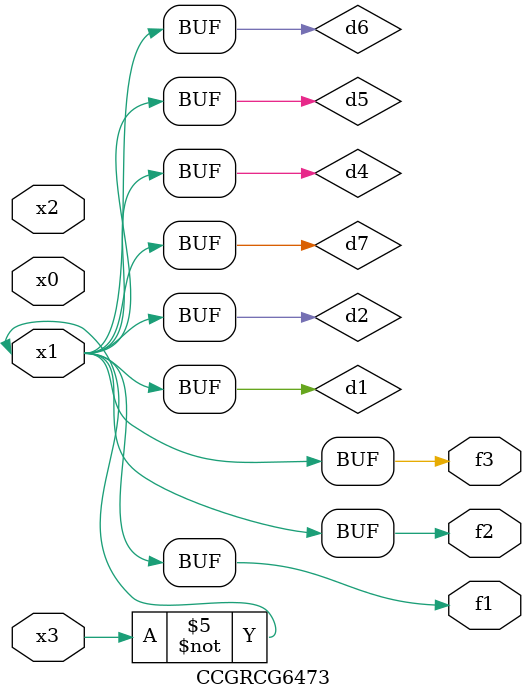
<source format=v>
module CCGRCG6473(
	input x0, x1, x2, x3,
	output f1, f2, f3
);

	wire d1, d2, d3, d4, d5, d6, d7;

	not (d1, x3);
	buf (d2, x1);
	xnor (d3, d1, d2);
	nor (d4, d1);
	buf (d5, d1, d2);
	buf (d6, d4, d5);
	nand (d7, d4);
	assign f1 = d6;
	assign f2 = d7;
	assign f3 = d6;
endmodule

</source>
